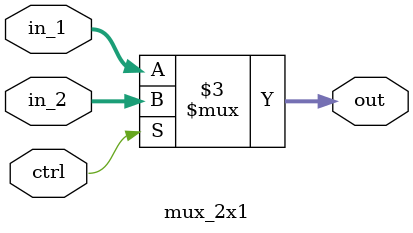
<source format=v>
module mux_2x1 #(parameter data_width = 32) (input [data_width - 1 : 0] in_1,    // input
                                         input [data_width - 1 : 0] in_2,    // input
                                         input ctrl,                      //control input
                                         output reg [data_width - 1 : 0] out  ); // output
    always @(*) begin
        if (ctrl) begin
            out = in_2;
        end
        else begin
            out = in_1;
        end
    end

endmodule

</source>
